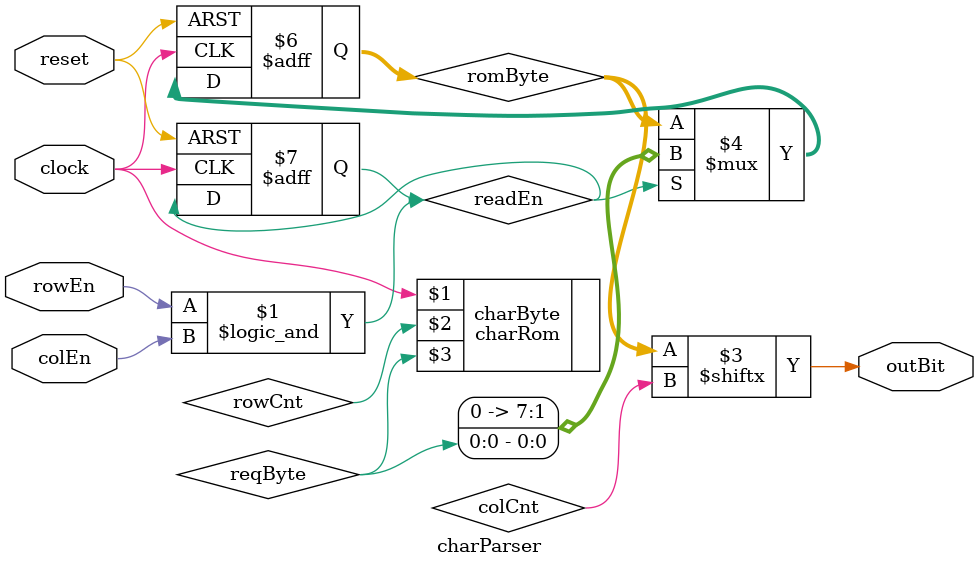
<source format=v>
/*----- Module Overview ---------------------------------------------------*
*                                                                          *
*                       _____________________                              *
*                                                                          *
*                      |                     |                             *
*   clock     -------> |                     |                             *
*   reset     -------> |                     | -------> outBit             *
*   colEn     -------> |                     |                             *
*   rowEn     -------> |                     |                             *
*                      |                     |                             *
*                       _____________________                              *
*                                                                          *
*--------------------------------------------------------------------------*/

module  charParser ( clock, reset, rowEn, colEn, outBit ) ; 

  input                 clock;
  input                 reset;
  input                 colEn;
  input                 rowEn;

  output  reg           outBit;

  reg          [7:0]    romByte;

  assign  readEn = rowEn && colEn;

  charRom charByte ( clock, rowCnt, reqByte );

  always @ ( posedge clock or posedge reset ) begin
      if ( reset )
        begin
          readEn  <= 1'b0;
          romByte <= 8'd0;
        end
      else if ( readEn ) /* Requested byte stored locally */
        romByte <= reqByte;
  end

  assign outBit = romByte[colCnt];

endmodule
</source>
